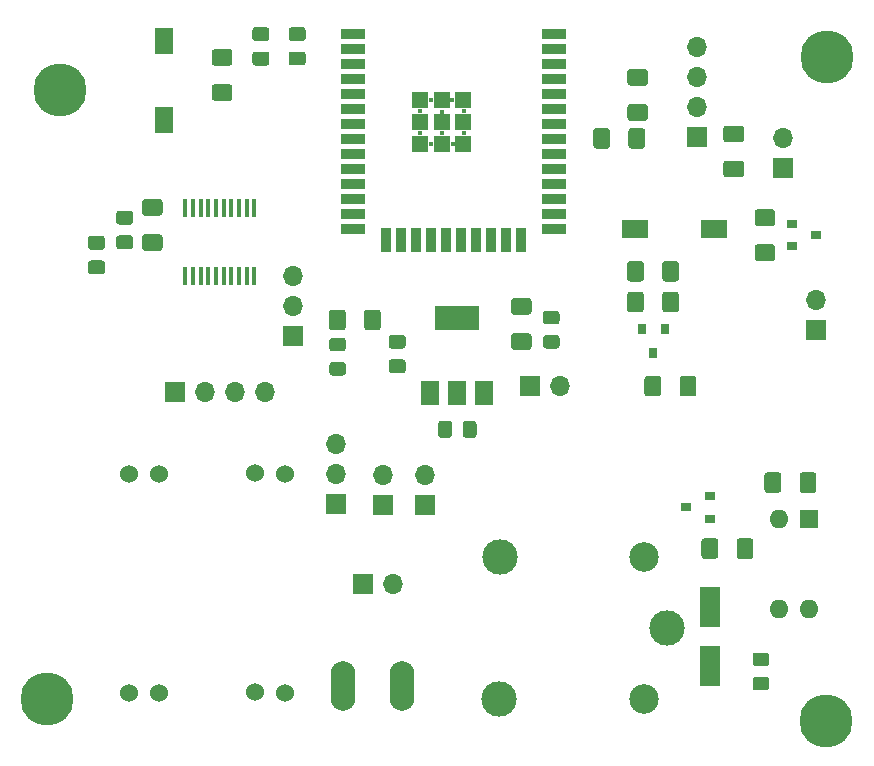
<source format=gts>
G04 #@! TF.GenerationSoftware,KiCad,Pcbnew,(5.1.9)-1*
G04 #@! TF.CreationDate,2021-04-08T22:43:58+02:00*
G04 #@! TF.ProjectId,autopcb,6175746f-7063-4622-9e6b-696361645f70,rev?*
G04 #@! TF.SameCoordinates,Original*
G04 #@! TF.FileFunction,Soldermask,Top*
G04 #@! TF.FilePolarity,Negative*
%FSLAX46Y46*%
G04 Gerber Fmt 4.6, Leading zero omitted, Abs format (unit mm)*
G04 Created by KiCad (PCBNEW (5.1.9)-1) date 2021-04-08 22:43:58*
%MOMM*%
%LPD*%
G01*
G04 APERTURE LIST*
%ADD10R,2.000000X0.900000*%
%ADD11R,0.900000X2.000000*%
%ADD12R,1.330000X1.330000*%
%ADD13C,0.400000*%
%ADD14R,0.900000X0.800000*%
%ADD15O,1.700000X1.700000*%
%ADD16R,1.700000X1.700000*%
%ADD17C,1.524000*%
%ADD18R,1.800000X3.500000*%
%ADD19C,2.500000*%
%ADD20C,3.000000*%
%ADD21R,0.800000X0.900000*%
%ADD22R,1.500000X2.300000*%
%ADD23R,2.300000X1.500000*%
%ADD24R,3.800000X2.000000*%
%ADD25R,1.500000X2.000000*%
%ADD26R,1.600000X1.600000*%
%ADD27O,1.600000X1.600000*%
%ADD28O,2.098040X4.198620*%
%ADD29R,0.410000X1.570000*%
%ADD30C,4.500000*%
G04 APERTURE END LIST*
D10*
X136702000Y-41160000D03*
X136702000Y-42430000D03*
X136702000Y-43700000D03*
X136702000Y-44970000D03*
X136702000Y-46240000D03*
X136702000Y-47510000D03*
X136702000Y-48780000D03*
X136702000Y-50050000D03*
X136702000Y-51320000D03*
X136702000Y-52590000D03*
X136702000Y-53860000D03*
X136702000Y-55130000D03*
X136702000Y-56400000D03*
X136702000Y-57670000D03*
D11*
X139487000Y-58670000D03*
X140757000Y-58670000D03*
X142027000Y-58670000D03*
X143297000Y-58670000D03*
X144567000Y-58670000D03*
X145837000Y-58670000D03*
X147107000Y-58670000D03*
X148377000Y-58670000D03*
X149647000Y-58670000D03*
X150917000Y-58670000D03*
D10*
X153702000Y-57670000D03*
X153702000Y-56400000D03*
X153702000Y-55130000D03*
X153702000Y-53860000D03*
X153702000Y-52590000D03*
X153702000Y-51320000D03*
X153702000Y-50050000D03*
X153702000Y-48780000D03*
X153702000Y-47510000D03*
X153702000Y-46240000D03*
X153702000Y-44970000D03*
X153702000Y-43700000D03*
X153702000Y-42430000D03*
X153702000Y-41160000D03*
D12*
X142367000Y-46825000D03*
X144202000Y-46825000D03*
X146037000Y-46825000D03*
X142367000Y-48660000D03*
X144202000Y-48660000D03*
X146037000Y-48660000D03*
X142367000Y-50495000D03*
X144202000Y-50495000D03*
X146037000Y-50495000D03*
D13*
X142367000Y-49577500D03*
X143297000Y-50484000D03*
X144211400Y-49569600D03*
X145125800Y-50509400D03*
X146065600Y-49569600D03*
X146065600Y-47740800D03*
X144211400Y-47766200D03*
X142382600Y-47740800D03*
X143297000Y-46801000D03*
X145100400Y-46826400D03*
G36*
G01*
X172176600Y-60431100D02*
X170926600Y-60431100D01*
G75*
G02*
X170676600Y-60181100I0J250000D01*
G01*
X170676600Y-59256100D01*
G75*
G02*
X170926600Y-59006100I250000J0D01*
G01*
X172176600Y-59006100D01*
G75*
G02*
X172426600Y-59256100I0J-250000D01*
G01*
X172426600Y-60181100D01*
G75*
G02*
X172176600Y-60431100I-250000J0D01*
G01*
G37*
G36*
G01*
X172176600Y-57456100D02*
X170926600Y-57456100D01*
G75*
G02*
X170676600Y-57206100I0J250000D01*
G01*
X170676600Y-56281100D01*
G75*
G02*
X170926600Y-56031100I250000J0D01*
G01*
X172176600Y-56031100D01*
G75*
G02*
X172426600Y-56281100I0J-250000D01*
G01*
X172426600Y-57206100D01*
G75*
G02*
X172176600Y-57456100I-250000J0D01*
G01*
G37*
D14*
X173869600Y-57251600D03*
X173869600Y-59151600D03*
X175869600Y-58201600D03*
D15*
X173101000Y-50038000D03*
D16*
X173101000Y-52578000D03*
D17*
X130943200Y-78418640D03*
X128403200Y-78403400D03*
X120265040Y-78418640D03*
X117727580Y-78408480D03*
X117745360Y-96975880D03*
X120287900Y-96958100D03*
X128408280Y-96947940D03*
X130943200Y-96960640D03*
G36*
G01*
X145068900Y-74194600D02*
X145068900Y-75144600D01*
G75*
G02*
X144818900Y-75394600I-250000J0D01*
G01*
X144143900Y-75394600D01*
G75*
G02*
X143893900Y-75144600I0J250000D01*
G01*
X143893900Y-74194600D01*
G75*
G02*
X144143900Y-73944600I250000J0D01*
G01*
X144818900Y-73944600D01*
G75*
G02*
X145068900Y-74194600I0J-250000D01*
G01*
G37*
G36*
G01*
X147143900Y-74194600D02*
X147143900Y-75144600D01*
G75*
G02*
X146893900Y-75394600I-250000J0D01*
G01*
X146218900Y-75394600D01*
G75*
G02*
X145968900Y-75144600I0J250000D01*
G01*
X145968900Y-74194600D01*
G75*
G02*
X146218900Y-73944600I250000J0D01*
G01*
X146893900Y-73944600D01*
G75*
G02*
X147143900Y-74194600I0J-250000D01*
G01*
G37*
G36*
G01*
X132428000Y-43861300D02*
X131478000Y-43861300D01*
G75*
G02*
X131228000Y-43611300I0J250000D01*
G01*
X131228000Y-42936300D01*
G75*
G02*
X131478000Y-42686300I250000J0D01*
G01*
X132428000Y-42686300D01*
G75*
G02*
X132678000Y-42936300I0J-250000D01*
G01*
X132678000Y-43611300D01*
G75*
G02*
X132428000Y-43861300I-250000J0D01*
G01*
G37*
G36*
G01*
X132427725Y-41786300D02*
X131478275Y-41786300D01*
G75*
G02*
X131228000Y-41536025I0J250275D01*
G01*
X131228000Y-40861575D01*
G75*
G02*
X131478275Y-40611300I250275J0D01*
G01*
X132427725Y-40611300D01*
G75*
G02*
X132678000Y-40861575I0J-250275D01*
G01*
X132678000Y-41536025D01*
G75*
G02*
X132427725Y-41786300I-250275J0D01*
G01*
G37*
G36*
G01*
X139942400Y-68748100D02*
X140892400Y-68748100D01*
G75*
G02*
X141142400Y-68998100I0J-250000D01*
G01*
X141142400Y-69673100D01*
G75*
G02*
X140892400Y-69923100I-250000J0D01*
G01*
X139942400Y-69923100D01*
G75*
G02*
X139692400Y-69673100I0J250000D01*
G01*
X139692400Y-68998100D01*
G75*
G02*
X139942400Y-68748100I250000J0D01*
G01*
G37*
G36*
G01*
X139942400Y-66673100D02*
X140892400Y-66673100D01*
G75*
G02*
X141142400Y-66923100I0J-250000D01*
G01*
X141142400Y-67598100D01*
G75*
G02*
X140892400Y-67848100I-250000J0D01*
G01*
X139942400Y-67848100D01*
G75*
G02*
X139692400Y-67598100I0J250000D01*
G01*
X139692400Y-66923100D01*
G75*
G02*
X139942400Y-66673100I250000J0D01*
G01*
G37*
G36*
G01*
X129354600Y-43865200D02*
X128404600Y-43865200D01*
G75*
G02*
X128154600Y-43615200I0J250000D01*
G01*
X128154600Y-42940200D01*
G75*
G02*
X128404600Y-42690200I250000J0D01*
G01*
X129354600Y-42690200D01*
G75*
G02*
X129604600Y-42940200I0J-250000D01*
G01*
X129604600Y-43615200D01*
G75*
G02*
X129354600Y-43865200I-250000J0D01*
G01*
G37*
G36*
G01*
X129354600Y-41790200D02*
X128404600Y-41790200D01*
G75*
G02*
X128154600Y-41540200I0J250000D01*
G01*
X128154600Y-40865200D01*
G75*
G02*
X128404600Y-40615200I250000J0D01*
G01*
X129354600Y-40615200D01*
G75*
G02*
X129604600Y-40865200I0J-250000D01*
G01*
X129604600Y-41540200D01*
G75*
G02*
X129354600Y-41790200I-250000J0D01*
G01*
G37*
G36*
G01*
X153016799Y-64634200D02*
X153916801Y-64634200D01*
G75*
G02*
X154166800Y-64884199I0J-249999D01*
G01*
X154166800Y-65534201D01*
G75*
G02*
X153916801Y-65784200I-249999J0D01*
G01*
X153016799Y-65784200D01*
G75*
G02*
X152766800Y-65534201I0J249999D01*
G01*
X152766800Y-64884199D01*
G75*
G02*
X153016799Y-64634200I249999J0D01*
G01*
G37*
G36*
G01*
X153016799Y-66684200D02*
X153916801Y-66684200D01*
G75*
G02*
X154166800Y-66934199I0J-249999D01*
G01*
X154166800Y-67584201D01*
G75*
G02*
X153916801Y-67834200I-249999J0D01*
G01*
X153016799Y-67834200D01*
G75*
G02*
X152766800Y-67584201I0J249999D01*
G01*
X152766800Y-66934199D01*
G75*
G02*
X153016799Y-66684200I249999J0D01*
G01*
G37*
D18*
X166896900Y-94672100D03*
X166896900Y-89672100D03*
G36*
G01*
X170764899Y-95621100D02*
X171664901Y-95621100D01*
G75*
G02*
X171914900Y-95871099I0J-249999D01*
G01*
X171914900Y-96521101D01*
G75*
G02*
X171664901Y-96771100I-249999J0D01*
G01*
X170764899Y-96771100D01*
G75*
G02*
X170514900Y-96521101I0J249999D01*
G01*
X170514900Y-95871099D01*
G75*
G02*
X170764899Y-95621100I249999J0D01*
G01*
G37*
G36*
G01*
X170764899Y-93571100D02*
X171664901Y-93571100D01*
G75*
G02*
X171914900Y-93821099I0J-249999D01*
G01*
X171914900Y-94471101D01*
G75*
G02*
X171664901Y-94721100I-249999J0D01*
G01*
X170764899Y-94721100D01*
G75*
G02*
X170514900Y-94471101I0J249999D01*
G01*
X170514900Y-93821099D01*
G75*
G02*
X170764899Y-93571100I249999J0D01*
G01*
G37*
D15*
X165792000Y-42310000D03*
X165792000Y-44850000D03*
X165792000Y-47390000D03*
D16*
X165792000Y-49930000D03*
X151638000Y-70967600D03*
D15*
X154178000Y-70967600D03*
D16*
X131635500Y-66802000D03*
D15*
X131635500Y-64262000D03*
X131635500Y-61722000D03*
D16*
X121615200Y-71475600D03*
D15*
X124155200Y-71475600D03*
X126695200Y-71475600D03*
X129235200Y-71475600D03*
D19*
X161308900Y-85466100D03*
D20*
X149108900Y-85466100D03*
X149058900Y-97516100D03*
D19*
X161308900Y-97466100D03*
D20*
X163258900Y-91516100D03*
D21*
X163071800Y-66202200D03*
X161171800Y-66202200D03*
X162121800Y-68202200D03*
D14*
X166896900Y-82226100D03*
X166896900Y-80326100D03*
X164896900Y-81276100D03*
G36*
G01*
X161407000Y-45580000D02*
X160157000Y-45580000D01*
G75*
G02*
X159907000Y-45330000I0J250000D01*
G01*
X159907000Y-44405000D01*
G75*
G02*
X160157000Y-44155000I250000J0D01*
G01*
X161407000Y-44155000D01*
G75*
G02*
X161657000Y-44405000I0J-250000D01*
G01*
X161657000Y-45330000D01*
G75*
G02*
X161407000Y-45580000I-250000J0D01*
G01*
G37*
G36*
G01*
X161407000Y-48555000D02*
X160157000Y-48555000D01*
G75*
G02*
X159907000Y-48305000I0J250000D01*
G01*
X159907000Y-47380000D01*
G75*
G02*
X160157000Y-47130000I250000J0D01*
G01*
X161407000Y-47130000D01*
G75*
G02*
X161657000Y-47380000I0J-250000D01*
G01*
X161657000Y-48305000D01*
G75*
G02*
X161407000Y-48555000I-250000J0D01*
G01*
G37*
G36*
G01*
X126228000Y-46867500D02*
X124978000Y-46867500D01*
G75*
G02*
X124728000Y-46617500I0J250000D01*
G01*
X124728000Y-45692500D01*
G75*
G02*
X124978000Y-45442500I250000J0D01*
G01*
X126228000Y-45442500D01*
G75*
G02*
X126478000Y-45692500I0J-250000D01*
G01*
X126478000Y-46617500D01*
G75*
G02*
X126228000Y-46867500I-250000J0D01*
G01*
G37*
G36*
G01*
X126228000Y-43892500D02*
X124978000Y-43892500D01*
G75*
G02*
X124728000Y-43642500I0J250000D01*
G01*
X124728000Y-42717500D01*
G75*
G02*
X124978000Y-42467500I250000J0D01*
G01*
X126228000Y-42467500D01*
G75*
G02*
X126478000Y-42717500I0J-250000D01*
G01*
X126478000Y-43642500D01*
G75*
G02*
X126228000Y-43892500I-250000J0D01*
G01*
G37*
G36*
G01*
X151551800Y-67949500D02*
X150301800Y-67949500D01*
G75*
G02*
X150051800Y-67699500I0J250000D01*
G01*
X150051800Y-66774500D01*
G75*
G02*
X150301800Y-66524500I250000J0D01*
G01*
X151551800Y-66524500D01*
G75*
G02*
X151801800Y-66774500I0J-250000D01*
G01*
X151801800Y-67699500D01*
G75*
G02*
X151551800Y-67949500I-250000J0D01*
G01*
G37*
G36*
G01*
X151551800Y-64974500D02*
X150301800Y-64974500D01*
G75*
G02*
X150051800Y-64724500I0J250000D01*
G01*
X150051800Y-63799500D01*
G75*
G02*
X150301800Y-63549500I250000J0D01*
G01*
X151551800Y-63549500D01*
G75*
G02*
X151801800Y-63799500I0J-250000D01*
G01*
X151801800Y-64724500D01*
G75*
G02*
X151551800Y-64974500I-250000J0D01*
G01*
G37*
G36*
G01*
X159996500Y-50663000D02*
X159996500Y-49413000D01*
G75*
G02*
X160246500Y-49163000I250000J0D01*
G01*
X161171500Y-49163000D01*
G75*
G02*
X161421500Y-49413000I0J-250000D01*
G01*
X161421500Y-50663000D01*
G75*
G02*
X161171500Y-50913000I-250000J0D01*
G01*
X160246500Y-50913000D01*
G75*
G02*
X159996500Y-50663000I0J250000D01*
G01*
G37*
G36*
G01*
X157021500Y-50663000D02*
X157021500Y-49413000D01*
G75*
G02*
X157271500Y-49163000I250000J0D01*
G01*
X158196500Y-49163000D01*
G75*
G02*
X158446500Y-49413000I0J-250000D01*
G01*
X158446500Y-50663000D01*
G75*
G02*
X158196500Y-50913000I-250000J0D01*
G01*
X157271500Y-50913000D01*
G75*
G02*
X157021500Y-50663000I0J250000D01*
G01*
G37*
G36*
G01*
X161313500Y-60665200D02*
X161313500Y-61915200D01*
G75*
G02*
X161063500Y-62165200I-250000J0D01*
G01*
X160138500Y-62165200D01*
G75*
G02*
X159888500Y-61915200I0J250000D01*
G01*
X159888500Y-60665200D01*
G75*
G02*
X160138500Y-60415200I250000J0D01*
G01*
X161063500Y-60415200D01*
G75*
G02*
X161313500Y-60665200I0J-250000D01*
G01*
G37*
G36*
G01*
X164288500Y-60665200D02*
X164288500Y-61915200D01*
G75*
G02*
X164038500Y-62165200I-250000J0D01*
G01*
X163113500Y-62165200D01*
G75*
G02*
X162863500Y-61915200I0J250000D01*
G01*
X162863500Y-60665200D01*
G75*
G02*
X163113500Y-60415200I250000J0D01*
G01*
X164038500Y-60415200D01*
G75*
G02*
X164288500Y-60665200I0J-250000D01*
G01*
G37*
G36*
G01*
X164285300Y-63275200D02*
X164285300Y-64525200D01*
G75*
G02*
X164035300Y-64775200I-250000J0D01*
G01*
X163110300Y-64775200D01*
G75*
G02*
X162860300Y-64525200I0J250000D01*
G01*
X162860300Y-63275200D01*
G75*
G02*
X163110300Y-63025200I250000J0D01*
G01*
X164035300Y-63025200D01*
G75*
G02*
X164285300Y-63275200I0J-250000D01*
G01*
G37*
G36*
G01*
X161310300Y-63275200D02*
X161310300Y-64525200D01*
G75*
G02*
X161060300Y-64775200I-250000J0D01*
G01*
X160135300Y-64775200D01*
G75*
G02*
X159885300Y-64525200I0J250000D01*
G01*
X159885300Y-63275200D01*
G75*
G02*
X160135300Y-63025200I250000J0D01*
G01*
X161060300Y-63025200D01*
G75*
G02*
X161310300Y-63275200I0J-250000D01*
G01*
G37*
G36*
G01*
X164330300Y-71637200D02*
X164330300Y-70387200D01*
G75*
G02*
X164580300Y-70137200I250000J0D01*
G01*
X165505300Y-70137200D01*
G75*
G02*
X165755300Y-70387200I0J-250000D01*
G01*
X165755300Y-71637200D01*
G75*
G02*
X165505300Y-71887200I-250000J0D01*
G01*
X164580300Y-71887200D01*
G75*
G02*
X164330300Y-71637200I0J250000D01*
G01*
G37*
G36*
G01*
X161355300Y-71637200D02*
X161355300Y-70387200D01*
G75*
G02*
X161605300Y-70137200I250000J0D01*
G01*
X162530300Y-70137200D01*
G75*
G02*
X162780300Y-70387200I0J-250000D01*
G01*
X162780300Y-71637200D01*
G75*
G02*
X162530300Y-71887200I-250000J0D01*
G01*
X161605300Y-71887200D01*
G75*
G02*
X161355300Y-71637200I0J250000D01*
G01*
G37*
G36*
G01*
X175918400Y-78553100D02*
X175918400Y-79803100D01*
G75*
G02*
X175668400Y-80053100I-250000J0D01*
G01*
X174743400Y-80053100D01*
G75*
G02*
X174493400Y-79803100I0J250000D01*
G01*
X174493400Y-78553100D01*
G75*
G02*
X174743400Y-78303100I250000J0D01*
G01*
X175668400Y-78303100D01*
G75*
G02*
X175918400Y-78553100I0J-250000D01*
G01*
G37*
G36*
G01*
X172943400Y-78553100D02*
X172943400Y-79803100D01*
G75*
G02*
X172693400Y-80053100I-250000J0D01*
G01*
X171768400Y-80053100D01*
G75*
G02*
X171518400Y-79803100I0J250000D01*
G01*
X171518400Y-78553100D01*
G75*
G02*
X171768400Y-78303100I250000J0D01*
G01*
X172693400Y-78303100D01*
G75*
G02*
X172943400Y-78553100I0J-250000D01*
G01*
G37*
G36*
G01*
X167609400Y-84141100D02*
X167609400Y-85391100D01*
G75*
G02*
X167359400Y-85641100I-250000J0D01*
G01*
X166434400Y-85641100D01*
G75*
G02*
X166184400Y-85391100I0J250000D01*
G01*
X166184400Y-84141100D01*
G75*
G02*
X166434400Y-83891100I250000J0D01*
G01*
X167359400Y-83891100D01*
G75*
G02*
X167609400Y-84141100I0J-250000D01*
G01*
G37*
G36*
G01*
X170584400Y-84141100D02*
X170584400Y-85391100D01*
G75*
G02*
X170334400Y-85641100I-250000J0D01*
G01*
X169409400Y-85641100D01*
G75*
G02*
X169159400Y-85391100I0J250000D01*
G01*
X169159400Y-84141100D01*
G75*
G02*
X169409400Y-83891100I250000J0D01*
G01*
X170334400Y-83891100D01*
G75*
G02*
X170584400Y-84141100I0J-250000D01*
G01*
G37*
D22*
X120650000Y-48514000D03*
X120650000Y-41814000D03*
D23*
X160584400Y-57683400D03*
X167284400Y-57683400D03*
D24*
X145497400Y-65271600D03*
D25*
X145497400Y-71571600D03*
X147797400Y-71571600D03*
X143197400Y-71571600D03*
D26*
X175278900Y-82226100D03*
D27*
X172738900Y-89846100D03*
X172738900Y-82226100D03*
X175278900Y-89846100D03*
D28*
X135806180Y-96431100D03*
X140804900Y-96431100D03*
D16*
X135273900Y-80956100D03*
D15*
X135273900Y-78416100D03*
X135273900Y-75876100D03*
X139210900Y-78543100D03*
D16*
X139210900Y-81083100D03*
X142766900Y-81083100D03*
D15*
X142766900Y-78543100D03*
D16*
X175920400Y-66243200D03*
D15*
X175920400Y-63703200D03*
D16*
X137502900Y-87795100D03*
D15*
X140042900Y-87795100D03*
D29*
X128320800Y-55905800D03*
X127670800Y-55905800D03*
X127020800Y-55905800D03*
X126370800Y-55905800D03*
X125720800Y-55905800D03*
X125070800Y-55905800D03*
X124420800Y-55905800D03*
X123770800Y-55905800D03*
X123120800Y-55905800D03*
X122470800Y-55905800D03*
X122470800Y-61645800D03*
X123120800Y-61645800D03*
X123770800Y-61645800D03*
X124420800Y-61645800D03*
X125070800Y-61645800D03*
X125720800Y-61645800D03*
X126370800Y-61645800D03*
X127020800Y-61645800D03*
X127670800Y-61645800D03*
X128320800Y-61645800D03*
G36*
G01*
X116873275Y-56163900D02*
X117822725Y-56163900D01*
G75*
G02*
X118073000Y-56414175I0J-250275D01*
G01*
X118073000Y-57088625D01*
G75*
G02*
X117822725Y-57338900I-250275J0D01*
G01*
X116873275Y-57338900D01*
G75*
G02*
X116623000Y-57088625I0J250275D01*
G01*
X116623000Y-56414175D01*
G75*
G02*
X116873275Y-56163900I250275J0D01*
G01*
G37*
G36*
G01*
X116873000Y-58238900D02*
X117823000Y-58238900D01*
G75*
G02*
X118073000Y-58488900I0J-250000D01*
G01*
X118073000Y-59163900D01*
G75*
G02*
X117823000Y-59413900I-250000J0D01*
G01*
X116873000Y-59413900D01*
G75*
G02*
X116623000Y-59163900I0J250000D01*
G01*
X116623000Y-58488900D01*
G75*
G02*
X116873000Y-58238900I250000J0D01*
G01*
G37*
G36*
G01*
X115435400Y-59464700D02*
X114485400Y-59464700D01*
G75*
G02*
X114235400Y-59214700I0J250000D01*
G01*
X114235400Y-58539700D01*
G75*
G02*
X114485400Y-58289700I250000J0D01*
G01*
X115435400Y-58289700D01*
G75*
G02*
X115685400Y-58539700I0J-250000D01*
G01*
X115685400Y-59214700D01*
G75*
G02*
X115435400Y-59464700I-250000J0D01*
G01*
G37*
G36*
G01*
X115435400Y-61539700D02*
X114485400Y-61539700D01*
G75*
G02*
X114235400Y-61289700I0J250000D01*
G01*
X114235400Y-60614700D01*
G75*
G02*
X114485400Y-60364700I250000J0D01*
G01*
X115435400Y-60364700D01*
G75*
G02*
X115685400Y-60614700I0J-250000D01*
G01*
X115685400Y-61289700D01*
G75*
G02*
X115435400Y-61539700I-250000J0D01*
G01*
G37*
G36*
G01*
X169535000Y-53344500D02*
X168285000Y-53344500D01*
G75*
G02*
X168035000Y-53094500I0J250000D01*
G01*
X168035000Y-52169500D01*
G75*
G02*
X168285000Y-51919500I250000J0D01*
G01*
X169535000Y-51919500D01*
G75*
G02*
X169785000Y-52169500I0J-250000D01*
G01*
X169785000Y-53094500D01*
G75*
G02*
X169535000Y-53344500I-250000J0D01*
G01*
G37*
G36*
G01*
X169535000Y-50369500D02*
X168285000Y-50369500D01*
G75*
G02*
X168035000Y-50119500I0J250000D01*
G01*
X168035000Y-49194500D01*
G75*
G02*
X168285000Y-48944500I250000J0D01*
G01*
X169535000Y-48944500D01*
G75*
G02*
X169785000Y-49194500I0J-250000D01*
G01*
X169785000Y-50119500D01*
G75*
G02*
X169535000Y-50369500I-250000J0D01*
G01*
G37*
G36*
G01*
X120309800Y-56592500D02*
X119059800Y-56592500D01*
G75*
G02*
X118809800Y-56342500I0J250000D01*
G01*
X118809800Y-55417500D01*
G75*
G02*
X119059800Y-55167500I250000J0D01*
G01*
X120309800Y-55167500D01*
G75*
G02*
X120559800Y-55417500I0J-250000D01*
G01*
X120559800Y-56342500D01*
G75*
G02*
X120309800Y-56592500I-250000J0D01*
G01*
G37*
G36*
G01*
X120309800Y-59567500D02*
X119059800Y-59567500D01*
G75*
G02*
X118809800Y-59317500I0J250000D01*
G01*
X118809800Y-58392500D01*
G75*
G02*
X119059800Y-58142500I250000J0D01*
G01*
X120309800Y-58142500D01*
G75*
G02*
X120559800Y-58392500I0J-250000D01*
G01*
X120559800Y-59317500D01*
G75*
G02*
X120309800Y-59567500I-250000J0D01*
G01*
G37*
G36*
G01*
X135832001Y-70116500D02*
X134931999Y-70116500D01*
G75*
G02*
X134682000Y-69866501I0J249999D01*
G01*
X134682000Y-69216499D01*
G75*
G02*
X134931999Y-68966500I249999J0D01*
G01*
X135832001Y-68966500D01*
G75*
G02*
X136082000Y-69216499I0J-249999D01*
G01*
X136082000Y-69866501D01*
G75*
G02*
X135832001Y-70116500I-249999J0D01*
G01*
G37*
G36*
G01*
X135832001Y-68066500D02*
X134931999Y-68066500D01*
G75*
G02*
X134682000Y-67816501I0J249999D01*
G01*
X134682000Y-67166499D01*
G75*
G02*
X134931999Y-66916500I249999J0D01*
G01*
X135832001Y-66916500D01*
G75*
G02*
X136082000Y-67166499I0J-249999D01*
G01*
X136082000Y-67816501D01*
G75*
G02*
X135832001Y-68066500I-249999J0D01*
G01*
G37*
G36*
G01*
X134640900Y-66030000D02*
X134640900Y-64780000D01*
G75*
G02*
X134890900Y-64530000I250000J0D01*
G01*
X135815900Y-64530000D01*
G75*
G02*
X136065900Y-64780000I0J-250000D01*
G01*
X136065900Y-66030000D01*
G75*
G02*
X135815900Y-66280000I-250000J0D01*
G01*
X134890900Y-66280000D01*
G75*
G02*
X134640900Y-66030000I0J250000D01*
G01*
G37*
G36*
G01*
X137615900Y-66030000D02*
X137615900Y-64780000D01*
G75*
G02*
X137865900Y-64530000I250000J0D01*
G01*
X138790900Y-64530000D01*
G75*
G02*
X139040900Y-64780000I0J-250000D01*
G01*
X139040900Y-66030000D01*
G75*
G02*
X138790900Y-66280000I-250000J0D01*
G01*
X137865900Y-66280000D01*
G75*
G02*
X137615900Y-66030000I0J250000D01*
G01*
G37*
D30*
X176784000Y-43180000D03*
X111836200Y-45974000D03*
X176720500Y-99377500D03*
X110807500Y-97536000D03*
M02*

</source>
